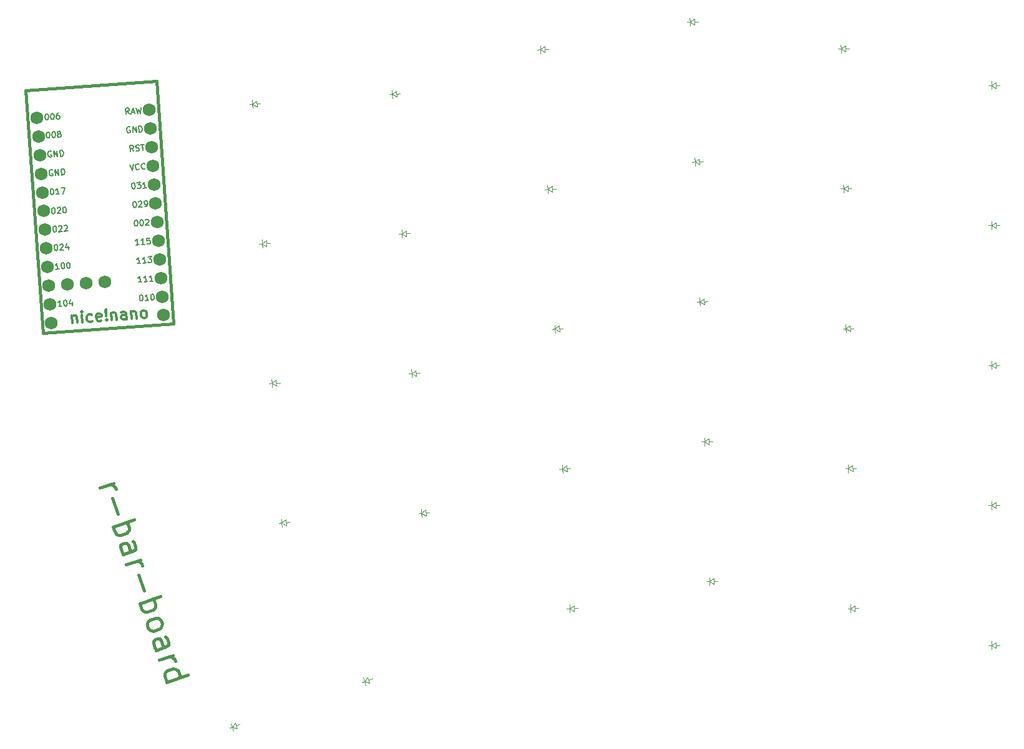
<source format=gbr>
%TF.GenerationSoftware,KiCad,Pcbnew,8.0.4*%
%TF.CreationDate,2024-08-23T23:48:41-04:00*%
%TF.ProjectId,right,72696768-742e-46b6-9963-61645f706362,v1.0.0*%
%TF.SameCoordinates,Original*%
%TF.FileFunction,Legend,Top*%
%TF.FilePolarity,Positive*%
%FSLAX46Y46*%
G04 Gerber Fmt 4.6, Leading zero omitted, Abs format (unit mm)*
G04 Created by KiCad (PCBNEW 8.0.4) date 2024-08-23 23:48:41*
%MOMM*%
%LPD*%
G01*
G04 APERTURE LIST*
%ADD10C,0.400000*%
%ADD11C,0.150000*%
%ADD12C,0.300000*%
%ADD13C,0.381000*%
%ADD14C,0.100000*%
%ADD15C,1.752600*%
G04 APERTURE END LIST*
D10*
X228520446Y-173660326D02*
X230411483Y-173009190D01*
X229871187Y-173195229D02*
X230187845Y-173237283D01*
X230187845Y-173237283D02*
X230369428Y-173325848D01*
X230369428Y-173325848D02*
X230597522Y-173549486D01*
X230597522Y-173549486D02*
X230690541Y-173819634D01*
X230205665Y-175044211D02*
X230949821Y-177205397D01*
X230334326Y-178928216D02*
X233170881Y-177951511D01*
X232090289Y-178323589D02*
X232318382Y-178547227D01*
X232318382Y-178547227D02*
X232504421Y-179087524D01*
X232504421Y-179087524D02*
X232462367Y-179404182D01*
X232462367Y-179404182D02*
X232373802Y-179585766D01*
X232373802Y-179585766D02*
X232150164Y-179813859D01*
X232150164Y-179813859D02*
X231339719Y-180092918D01*
X231339719Y-180092918D02*
X231023061Y-180050863D01*
X231023061Y-180050863D02*
X230841478Y-179962299D01*
X230841478Y-179962299D02*
X230613384Y-179738660D01*
X230613384Y-179738660D02*
X230427345Y-179198364D01*
X230427345Y-179198364D02*
X230469400Y-178881706D01*
X231636598Y-182710290D02*
X233122413Y-182198683D01*
X233122413Y-182198683D02*
X233346052Y-181970590D01*
X233346052Y-181970590D02*
X233388106Y-181653932D01*
X233388106Y-181653932D02*
X233202067Y-181113635D01*
X233202067Y-181113635D02*
X232973974Y-180889997D01*
X231771672Y-182663780D02*
X231543579Y-182440142D01*
X231543579Y-182440142D02*
X231311030Y-181764772D01*
X231311030Y-181764772D02*
X231353085Y-181448114D01*
X231353085Y-181448114D02*
X231576723Y-181220020D01*
X231576723Y-181220020D02*
X231846871Y-181127001D01*
X231846871Y-181127001D02*
X232163529Y-181169055D01*
X232163529Y-181169055D02*
X232391623Y-181392694D01*
X232391623Y-181392694D02*
X232624172Y-182068064D01*
X232624172Y-182068064D02*
X232852265Y-182291703D01*
X232101696Y-184061031D02*
X233992733Y-183409895D01*
X233452437Y-183595934D02*
X233769095Y-183637989D01*
X233769095Y-183637989D02*
X233950678Y-183726553D01*
X233950678Y-183726553D02*
X234178772Y-183950191D01*
X234178772Y-183950191D02*
X234271791Y-184220339D01*
X233786915Y-185444917D02*
X234531071Y-187606102D01*
X233915576Y-189328921D02*
X236752131Y-188352216D01*
X235671539Y-188724294D02*
X235899632Y-188947933D01*
X235899632Y-188947933D02*
X236085671Y-189488229D01*
X236085671Y-189488229D02*
X236043617Y-189804887D01*
X236043617Y-189804887D02*
X235955052Y-189986471D01*
X235955052Y-189986471D02*
X235731414Y-190214564D01*
X235731414Y-190214564D02*
X234920969Y-190493623D01*
X234920969Y-190493623D02*
X234604311Y-190451568D01*
X234604311Y-190451568D02*
X234422728Y-190363004D01*
X234422728Y-190363004D02*
X234194634Y-190139365D01*
X234194634Y-190139365D02*
X234008595Y-189599069D01*
X234008595Y-189599069D02*
X234050650Y-189282411D01*
X234938790Y-192300551D02*
X234980845Y-191983893D01*
X234980845Y-191983893D02*
X235069409Y-191802309D01*
X235069409Y-191802309D02*
X235293047Y-191574216D01*
X235293047Y-191574216D02*
X236103492Y-191295157D01*
X236103492Y-191295157D02*
X236420150Y-191337212D01*
X236420150Y-191337212D02*
X236601734Y-191425776D01*
X236601734Y-191425776D02*
X236829827Y-191649415D01*
X236829827Y-191649415D02*
X236969356Y-192054637D01*
X236969356Y-192054637D02*
X236927302Y-192371295D01*
X236927302Y-192371295D02*
X236838737Y-192552879D01*
X236838737Y-192552879D02*
X236615099Y-192780972D01*
X236615099Y-192780972D02*
X235804654Y-193060031D01*
X235804654Y-193060031D02*
X235487997Y-193017976D01*
X235487997Y-193017976D02*
X235306413Y-192929412D01*
X235306413Y-192929412D02*
X235078319Y-192705773D01*
X235078319Y-192705773D02*
X234938790Y-192300551D01*
X236101533Y-195677403D02*
X237587348Y-195165796D01*
X237587348Y-195165796D02*
X237810987Y-194937703D01*
X237810987Y-194937703D02*
X237853041Y-194621045D01*
X237853041Y-194621045D02*
X237667002Y-194080748D01*
X237667002Y-194080748D02*
X237438909Y-193857110D01*
X236236608Y-195630894D02*
X236008514Y-195407255D01*
X236008514Y-195407255D02*
X235775965Y-194731885D01*
X235775965Y-194731885D02*
X235818020Y-194415227D01*
X235818020Y-194415227D02*
X236041658Y-194187133D01*
X236041658Y-194187133D02*
X236311807Y-194094114D01*
X236311807Y-194094114D02*
X236628464Y-194136168D01*
X236628464Y-194136168D02*
X236856558Y-194359807D01*
X236856558Y-194359807D02*
X237089107Y-195035177D01*
X237089107Y-195035177D02*
X237317200Y-195258816D01*
X236566631Y-197028144D02*
X238457668Y-196377008D01*
X237917372Y-196563047D02*
X238234030Y-196605102D01*
X238234030Y-196605102D02*
X238415613Y-196693666D01*
X238415613Y-196693666D02*
X238643707Y-196917304D01*
X238643707Y-196917304D02*
X238736727Y-197187453D01*
X237589845Y-199999774D02*
X240426401Y-199023070D01*
X237724919Y-199953265D02*
X237496826Y-199729626D01*
X237496826Y-199729626D02*
X237310787Y-199189330D01*
X237310787Y-199189330D02*
X237352841Y-198872672D01*
X237352841Y-198872672D02*
X237441406Y-198691088D01*
X237441406Y-198691088D02*
X237665044Y-198462995D01*
X237665044Y-198462995D02*
X238475489Y-198183936D01*
X238475489Y-198183936D02*
X238792147Y-198225991D01*
X238792147Y-198225991D02*
X238973730Y-198314555D01*
X238973730Y-198314555D02*
X239201824Y-198538194D01*
X239201824Y-198538194D02*
X239387863Y-199078490D01*
X239387863Y-199078490D02*
X239345808Y-199395148D01*
D11*
X232545701Y-122886857D02*
X232253110Y-122525435D01*
X232089671Y-122918746D02*
X232033866Y-122120695D01*
X232033866Y-122120695D02*
X232337886Y-122099436D01*
X232337886Y-122099436D02*
X232416548Y-122132123D01*
X232416548Y-122132123D02*
X232457208Y-122167468D01*
X232457208Y-122167468D02*
X232500525Y-122240816D01*
X232500525Y-122240816D02*
X232508497Y-122354823D01*
X232508497Y-122354823D02*
X232475809Y-122433485D01*
X232475809Y-122433485D02*
X232440464Y-122474145D01*
X232440464Y-122474145D02*
X232367117Y-122517463D01*
X232367117Y-122517463D02*
X232063097Y-122538722D01*
X232833776Y-122637584D02*
X233213800Y-122611010D01*
X232773715Y-122870913D02*
X232983927Y-122054260D01*
X232983927Y-122054260D02*
X233305749Y-122833710D01*
X233439956Y-122022371D02*
X233685773Y-122807136D01*
X233685773Y-122807136D02*
X233797922Y-122226470D01*
X233797922Y-122226470D02*
X233989793Y-122785877D01*
X233989793Y-122785877D02*
X234124000Y-121974538D01*
X232593730Y-124665937D02*
X232515067Y-124633249D01*
X232515067Y-124633249D02*
X232401060Y-124641221D01*
X232401060Y-124641221D02*
X232289710Y-124687196D01*
X232289710Y-124687196D02*
X232219020Y-124768515D01*
X232219020Y-124768515D02*
X232186332Y-124847178D01*
X232186332Y-124847178D02*
X232158960Y-125001845D01*
X232158960Y-125001845D02*
X232166932Y-125115852D01*
X232166932Y-125115852D02*
X232215564Y-125265204D01*
X232215564Y-125265204D02*
X232258881Y-125338552D01*
X232258881Y-125338552D02*
X232340201Y-125409242D01*
X232340201Y-125409242D02*
X232456865Y-125439272D01*
X232456865Y-125439272D02*
X232532870Y-125433958D01*
X232532870Y-125433958D02*
X232644220Y-125387983D01*
X232644220Y-125387983D02*
X232679565Y-125347323D01*
X232679565Y-125347323D02*
X232660963Y-125081306D01*
X232660963Y-125081306D02*
X232508954Y-125091936D01*
X233026902Y-125399411D02*
X232971097Y-124601360D01*
X232971097Y-124601360D02*
X233482931Y-125367523D01*
X233482931Y-125367523D02*
X233427126Y-124569472D01*
X233862955Y-125340949D02*
X233807150Y-124542898D01*
X233807150Y-124542898D02*
X233997162Y-124529611D01*
X233997162Y-124529611D02*
X234113827Y-124559641D01*
X234113827Y-124559641D02*
X234195147Y-124630331D01*
X234195147Y-124630331D02*
X234238464Y-124703679D01*
X234238464Y-124703679D02*
X234287096Y-124853031D01*
X234287096Y-124853031D02*
X234295068Y-124967038D01*
X234295068Y-124967038D02*
X234267695Y-125121705D01*
X234267695Y-125121705D02*
X234235008Y-125200368D01*
X234235008Y-125200368D02*
X234164317Y-125281687D01*
X234164317Y-125281687D02*
X234052968Y-125327662D01*
X234052968Y-125327662D02*
X233862955Y-125340949D01*
X233128078Y-127938538D02*
X232835487Y-127577115D01*
X232672049Y-127970427D02*
X232616244Y-127172376D01*
X232616244Y-127172376D02*
X232920263Y-127151116D01*
X232920263Y-127151116D02*
X232998925Y-127183804D01*
X232998925Y-127183804D02*
X233039585Y-127219149D01*
X233039585Y-127219149D02*
X233082903Y-127292497D01*
X233082903Y-127292497D02*
X233090875Y-127406504D01*
X233090875Y-127406504D02*
X233058187Y-127485166D01*
X233058187Y-127485166D02*
X233022842Y-127525826D01*
X233022842Y-127525826D02*
X232949495Y-127569143D01*
X232949495Y-127569143D02*
X232645475Y-127590402D01*
X233429440Y-127879277D02*
X233546105Y-127909307D01*
X233546105Y-127909307D02*
X233736117Y-127896020D01*
X233736117Y-127896020D02*
X233809465Y-127852703D01*
X233809465Y-127852703D02*
X233844810Y-127812043D01*
X233844810Y-127812043D02*
X233877497Y-127733381D01*
X233877497Y-127733381D02*
X233872183Y-127657376D01*
X233872183Y-127657376D02*
X233828865Y-127584028D01*
X233828865Y-127584028D02*
X233788206Y-127548683D01*
X233788206Y-127548683D02*
X233709543Y-127515996D01*
X233709543Y-127515996D02*
X233554876Y-127488623D01*
X233554876Y-127488623D02*
X233476214Y-127455935D01*
X233476214Y-127455935D02*
X233435554Y-127420590D01*
X233435554Y-127420590D02*
X233392237Y-127347242D01*
X233392237Y-127347242D02*
X233386922Y-127271238D01*
X233386922Y-127271238D02*
X233419610Y-127192575D01*
X233419610Y-127192575D02*
X233454955Y-127151915D01*
X233454955Y-127151915D02*
X233528302Y-127108598D01*
X233528302Y-127108598D02*
X233718314Y-127095311D01*
X233718314Y-127095311D02*
X233834979Y-127125342D01*
X234060337Y-127071395D02*
X234516366Y-127039506D01*
X234344156Y-127853502D02*
X234288351Y-127055450D01*
X232571729Y-129721691D02*
X232893551Y-130501140D01*
X232893551Y-130501140D02*
X233103763Y-129684487D01*
X233876299Y-130356043D02*
X233840954Y-130396703D01*
X233840954Y-130396703D02*
X233729604Y-130442678D01*
X233729604Y-130442678D02*
X233653599Y-130447993D01*
X233653599Y-130447993D02*
X233536935Y-130417962D01*
X233536935Y-130417962D02*
X233455615Y-130347272D01*
X233455615Y-130347272D02*
X233412298Y-130273925D01*
X233412298Y-130273925D02*
X233363666Y-130124572D01*
X233363666Y-130124572D02*
X233355694Y-130010565D01*
X233355694Y-130010565D02*
X233383066Y-129855898D01*
X233383066Y-129855898D02*
X233415754Y-129777236D01*
X233415754Y-129777236D02*
X233486444Y-129695916D01*
X233486444Y-129695916D02*
X233597794Y-129649941D01*
X233597794Y-129649941D02*
X233673799Y-129644627D01*
X233673799Y-129644627D02*
X233790464Y-129674657D01*
X233790464Y-129674657D02*
X233831124Y-129710002D01*
X234674350Y-130300238D02*
X234639005Y-130340898D01*
X234639005Y-130340898D02*
X234527655Y-130386873D01*
X234527655Y-130386873D02*
X234451651Y-130392187D01*
X234451651Y-130392187D02*
X234334986Y-130362157D01*
X234334986Y-130362157D02*
X234253666Y-130291467D01*
X234253666Y-130291467D02*
X234210349Y-130218120D01*
X234210349Y-130218120D02*
X234161717Y-130068767D01*
X234161717Y-130068767D02*
X234153745Y-129954760D01*
X234153745Y-129954760D02*
X234181118Y-129800093D01*
X234181118Y-129800093D02*
X234213805Y-129721430D01*
X234213805Y-129721430D02*
X234284495Y-129640111D01*
X234284495Y-129640111D02*
X234395845Y-129594136D01*
X234395845Y-129594136D02*
X234471850Y-129588821D01*
X234471850Y-129588821D02*
X234588515Y-129618852D01*
X234588515Y-129618852D02*
X234629175Y-129654197D01*
X233014928Y-132236902D02*
X233090933Y-132231587D01*
X233090933Y-132231587D02*
X233169595Y-132264275D01*
X233169595Y-132264275D02*
X233210255Y-132299620D01*
X233210255Y-132299620D02*
X233253572Y-132372968D01*
X233253572Y-132372968D02*
X233302204Y-132522320D01*
X233302204Y-132522320D02*
X233315491Y-132712332D01*
X233315491Y-132712332D02*
X233288118Y-132866999D01*
X233288118Y-132866999D02*
X233255430Y-132945662D01*
X233255430Y-132945662D02*
X233220085Y-132986321D01*
X233220085Y-132986321D02*
X233146738Y-133029639D01*
X233146738Y-133029639D02*
X233070733Y-133034953D01*
X233070733Y-133034953D02*
X232992071Y-133002266D01*
X232992071Y-133002266D02*
X232951411Y-132966921D01*
X232951411Y-132966921D02*
X232908094Y-132893573D01*
X232908094Y-132893573D02*
X232859462Y-132744221D01*
X232859462Y-132744221D02*
X232846175Y-132554209D01*
X232846175Y-132554209D02*
X232873547Y-132399541D01*
X232873547Y-132399541D02*
X232906235Y-132320879D01*
X232906235Y-132320879D02*
X232941580Y-132280219D01*
X232941580Y-132280219D02*
X233014928Y-132236902D01*
X233546962Y-132199699D02*
X234040994Y-132165153D01*
X234040994Y-132165153D02*
X233796236Y-132487774D01*
X233796236Y-132487774D02*
X233910243Y-132479802D01*
X233910243Y-132479802D02*
X233988905Y-132512489D01*
X233988905Y-132512489D02*
X234029565Y-132547834D01*
X234029565Y-132547834D02*
X234072882Y-132621182D01*
X234072882Y-132621182D02*
X234086169Y-132811194D01*
X234086169Y-132811194D02*
X234053482Y-132889856D01*
X234053482Y-132889856D02*
X234018137Y-132930516D01*
X234018137Y-132930516D02*
X233944789Y-132973833D01*
X233944789Y-132973833D02*
X233716775Y-132989778D01*
X233716775Y-132989778D02*
X233638112Y-132957090D01*
X233638112Y-132957090D02*
X233597452Y-132921745D01*
X234856848Y-132910056D02*
X234400819Y-132941945D01*
X234628833Y-132926000D02*
X234573028Y-132127949D01*
X234573028Y-132127949D02*
X234504995Y-132247271D01*
X234504995Y-132247271D02*
X234434305Y-132328591D01*
X234434305Y-132328591D02*
X234360958Y-132371908D01*
X233192109Y-134770715D02*
X233268114Y-134765400D01*
X233268114Y-134765400D02*
X233346776Y-134798088D01*
X233346776Y-134798088D02*
X233387436Y-134833433D01*
X233387436Y-134833433D02*
X233430753Y-134906781D01*
X233430753Y-134906781D02*
X233479385Y-135056133D01*
X233479385Y-135056133D02*
X233492672Y-135246145D01*
X233492672Y-135246145D02*
X233465299Y-135400812D01*
X233465299Y-135400812D02*
X233432611Y-135479475D01*
X233432611Y-135479475D02*
X233397266Y-135520134D01*
X233397266Y-135520134D02*
X233323919Y-135563452D01*
X233323919Y-135563452D02*
X233247914Y-135568766D01*
X233247914Y-135568766D02*
X233169252Y-135536079D01*
X233169252Y-135536079D02*
X233128592Y-135500734D01*
X233128592Y-135500734D02*
X233085275Y-135427386D01*
X233085275Y-135427386D02*
X233036643Y-135278034D01*
X233036643Y-135278034D02*
X233023356Y-135088022D01*
X233023356Y-135088022D02*
X233050728Y-134933354D01*
X233050728Y-134933354D02*
X233083416Y-134854692D01*
X233083416Y-134854692D02*
X233118761Y-134814032D01*
X233118761Y-134814032D02*
X233192109Y-134770715D01*
X233767460Y-134806859D02*
X233802805Y-134766199D01*
X233802805Y-134766199D02*
X233876153Y-134722882D01*
X233876153Y-134722882D02*
X234066165Y-134709595D01*
X234066165Y-134709595D02*
X234144827Y-134742283D01*
X234144827Y-134742283D02*
X234185487Y-134777628D01*
X234185487Y-134777628D02*
X234228804Y-134850975D01*
X234228804Y-134850975D02*
X234234119Y-134926980D01*
X234234119Y-134926980D02*
X234204089Y-135043645D01*
X234204089Y-135043645D02*
X233779948Y-135531563D01*
X233779948Y-135531563D02*
X234273980Y-135497017D01*
X234654005Y-135470443D02*
X234806014Y-135459813D01*
X234806014Y-135459813D02*
X234879362Y-135416496D01*
X234879362Y-135416496D02*
X234914707Y-135375836D01*
X234914707Y-135375836D02*
X234982740Y-135256514D01*
X234982740Y-135256514D02*
X235010112Y-135101847D01*
X235010112Y-135101847D02*
X234988853Y-134797828D01*
X234988853Y-134797828D02*
X234945536Y-134724480D01*
X234945536Y-134724480D02*
X234904876Y-134689135D01*
X234904876Y-134689135D02*
X234826214Y-134656447D01*
X234826214Y-134656447D02*
X234674204Y-134667077D01*
X234674204Y-134667077D02*
X234600857Y-134710394D01*
X234600857Y-134710394D02*
X234565512Y-134751054D01*
X234565512Y-134751054D02*
X234532824Y-134829716D01*
X234532824Y-134829716D02*
X234546111Y-135019728D01*
X234546111Y-135019728D02*
X234589428Y-135093076D01*
X234589428Y-135093076D02*
X234630088Y-135128421D01*
X234630088Y-135128421D02*
X234708750Y-135161109D01*
X234708750Y-135161109D02*
X234860760Y-135150479D01*
X234860760Y-135150479D02*
X234934108Y-135107162D01*
X234934108Y-135107162D02*
X234969453Y-135066502D01*
X234969453Y-135066502D02*
X235002140Y-134987840D01*
X233369290Y-137304527D02*
X233445295Y-137299212D01*
X233445295Y-137299212D02*
X233523957Y-137331900D01*
X233523957Y-137331900D02*
X233564617Y-137367245D01*
X233564617Y-137367245D02*
X233607934Y-137440593D01*
X233607934Y-137440593D02*
X233656566Y-137589945D01*
X233656566Y-137589945D02*
X233669853Y-137779957D01*
X233669853Y-137779957D02*
X233642480Y-137934624D01*
X233642480Y-137934624D02*
X233609792Y-138013287D01*
X233609792Y-138013287D02*
X233574447Y-138053946D01*
X233574447Y-138053946D02*
X233501100Y-138097264D01*
X233501100Y-138097264D02*
X233425095Y-138102578D01*
X233425095Y-138102578D02*
X233346433Y-138069891D01*
X233346433Y-138069891D02*
X233305773Y-138034546D01*
X233305773Y-138034546D02*
X233262456Y-137961198D01*
X233262456Y-137961198D02*
X233213824Y-137811846D01*
X233213824Y-137811846D02*
X233200537Y-137621834D01*
X233200537Y-137621834D02*
X233227909Y-137467166D01*
X233227909Y-137467166D02*
X233260597Y-137388504D01*
X233260597Y-137388504D02*
X233295942Y-137347844D01*
X233295942Y-137347844D02*
X233369290Y-137304527D01*
X234129339Y-137251379D02*
X234205344Y-137246065D01*
X234205344Y-137246065D02*
X234284006Y-137278752D01*
X234284006Y-137278752D02*
X234324666Y-137314097D01*
X234324666Y-137314097D02*
X234367983Y-137387445D01*
X234367983Y-137387445D02*
X234416615Y-137536797D01*
X234416615Y-137536797D02*
X234429902Y-137726809D01*
X234429902Y-137726809D02*
X234402529Y-137881476D01*
X234402529Y-137881476D02*
X234369841Y-137960139D01*
X234369841Y-137960139D02*
X234334496Y-138000799D01*
X234334496Y-138000799D02*
X234261149Y-138044116D01*
X234261149Y-138044116D02*
X234185144Y-138049431D01*
X234185144Y-138049431D02*
X234106482Y-138016743D01*
X234106482Y-138016743D02*
X234065822Y-137981398D01*
X234065822Y-137981398D02*
X234022505Y-137908050D01*
X234022505Y-137908050D02*
X233973873Y-137758698D01*
X233973873Y-137758698D02*
X233960586Y-137568686D01*
X233960586Y-137568686D02*
X233987958Y-137414019D01*
X233987958Y-137414019D02*
X234020646Y-137335356D01*
X234020646Y-137335356D02*
X234055991Y-137294697D01*
X234055991Y-137294697D02*
X234129339Y-137251379D01*
X234704690Y-137287523D02*
X234740035Y-137246864D01*
X234740035Y-137246864D02*
X234813383Y-137203546D01*
X234813383Y-137203546D02*
X235003395Y-137190259D01*
X235003395Y-137190259D02*
X235082057Y-137222947D01*
X235082057Y-137222947D02*
X235122717Y-137258292D01*
X235122717Y-137258292D02*
X235166034Y-137331640D01*
X235166034Y-137331640D02*
X235171349Y-137407644D01*
X235171349Y-137407644D02*
X235141319Y-137524309D01*
X235141319Y-137524309D02*
X234717178Y-138012227D01*
X234717178Y-138012227D02*
X235211210Y-137977681D01*
X233868294Y-140617790D02*
X233412265Y-140649678D01*
X233640279Y-140633734D02*
X233584474Y-139835683D01*
X233584474Y-139835683D02*
X233516441Y-139955005D01*
X233516441Y-139955005D02*
X233445751Y-140036325D01*
X233445751Y-140036325D02*
X233372404Y-140079642D01*
X234628343Y-140564642D02*
X234172314Y-140596531D01*
X234400328Y-140580586D02*
X234344523Y-139782535D01*
X234344523Y-139782535D02*
X234276490Y-139901857D01*
X234276490Y-139901857D02*
X234205800Y-139983177D01*
X234205800Y-139983177D02*
X234132453Y-140026494D01*
X235294584Y-139716100D02*
X234914560Y-139742674D01*
X234914560Y-139742674D02*
X234903131Y-140125356D01*
X234903131Y-140125356D02*
X234938476Y-140084696D01*
X234938476Y-140084696D02*
X235011824Y-140041379D01*
X235011824Y-140041379D02*
X235201836Y-140028092D01*
X235201836Y-140028092D02*
X235280498Y-140060780D01*
X235280498Y-140060780D02*
X235321158Y-140096125D01*
X235321158Y-140096125D02*
X235364475Y-140169472D01*
X235364475Y-140169472D02*
X235377762Y-140359484D01*
X235377762Y-140359484D02*
X235345075Y-140438147D01*
X235345075Y-140438147D02*
X235309730Y-140478806D01*
X235309730Y-140478806D02*
X235236382Y-140522124D01*
X235236382Y-140522124D02*
X235046370Y-140535411D01*
X235046370Y-140535411D02*
X234967708Y-140502723D01*
X234967708Y-140502723D02*
X234927048Y-140467378D01*
X234045475Y-143151603D02*
X233589446Y-143183491D01*
X233817460Y-143167547D02*
X233761655Y-142369496D01*
X233761655Y-142369496D02*
X233693622Y-142488818D01*
X233693622Y-142488818D02*
X233622932Y-142570138D01*
X233622932Y-142570138D02*
X233549585Y-142613455D01*
X234805524Y-143098455D02*
X234349495Y-143130344D01*
X234577509Y-143114399D02*
X234521704Y-142316348D01*
X234521704Y-142316348D02*
X234453671Y-142435670D01*
X234453671Y-142435670D02*
X234382981Y-142516990D01*
X234382981Y-142516990D02*
X234309634Y-142560307D01*
X235015736Y-142281802D02*
X235509768Y-142247256D01*
X235509768Y-142247256D02*
X235265010Y-142569877D01*
X235265010Y-142569877D02*
X235379017Y-142561905D01*
X235379017Y-142561905D02*
X235457679Y-142594593D01*
X235457679Y-142594593D02*
X235498339Y-142629938D01*
X235498339Y-142629938D02*
X235541656Y-142703285D01*
X235541656Y-142703285D02*
X235554943Y-142893297D01*
X235554943Y-142893297D02*
X235522256Y-142971960D01*
X235522256Y-142971960D02*
X235486911Y-143012619D01*
X235486911Y-143012619D02*
X235413563Y-143055937D01*
X235413563Y-143055937D02*
X235185549Y-143071881D01*
X235185549Y-143071881D02*
X235106886Y-143039193D01*
X235106886Y-143039193D02*
X235066226Y-143003848D01*
X234222657Y-145685415D02*
X233766628Y-145717303D01*
X233994642Y-145701359D02*
X233938837Y-144903308D01*
X233938837Y-144903308D02*
X233870804Y-145022630D01*
X233870804Y-145022630D02*
X233800114Y-145103950D01*
X233800114Y-145103950D02*
X233726767Y-145147267D01*
X234982706Y-145632267D02*
X234526677Y-145664156D01*
X234754691Y-145648211D02*
X234698886Y-144850160D01*
X234698886Y-144850160D02*
X234630853Y-144969482D01*
X234630853Y-144969482D02*
X234560163Y-145050802D01*
X234560163Y-145050802D02*
X234486816Y-145094119D01*
X235742755Y-145579119D02*
X235286726Y-145611008D01*
X235514740Y-145595063D02*
X235458935Y-144797012D01*
X235458935Y-144797012D02*
X235390902Y-144916334D01*
X235390902Y-144916334D02*
X235320212Y-144997654D01*
X235320212Y-144997654D02*
X235246865Y-145040971D01*
X234078016Y-147439778D02*
X234154021Y-147434463D01*
X234154021Y-147434463D02*
X234232683Y-147467151D01*
X234232683Y-147467151D02*
X234273343Y-147502496D01*
X234273343Y-147502496D02*
X234316660Y-147575844D01*
X234316660Y-147575844D02*
X234365292Y-147725196D01*
X234365292Y-147725196D02*
X234378579Y-147915208D01*
X234378579Y-147915208D02*
X234351206Y-148069875D01*
X234351206Y-148069875D02*
X234318518Y-148148538D01*
X234318518Y-148148538D02*
X234283173Y-148189197D01*
X234283173Y-148189197D02*
X234209826Y-148232515D01*
X234209826Y-148232515D02*
X234133821Y-148237829D01*
X234133821Y-148237829D02*
X234055159Y-148205142D01*
X234055159Y-148205142D02*
X234014499Y-148169797D01*
X234014499Y-148169797D02*
X233971182Y-148096449D01*
X233971182Y-148096449D02*
X233922550Y-147947097D01*
X233922550Y-147947097D02*
X233909263Y-147757085D01*
X233909263Y-147757085D02*
X233936635Y-147602417D01*
X233936635Y-147602417D02*
X233969323Y-147523755D01*
X233969323Y-147523755D02*
X234004668Y-147483095D01*
X234004668Y-147483095D02*
X234078016Y-147439778D01*
X235159887Y-148166080D02*
X234703858Y-148197969D01*
X234931872Y-148182024D02*
X234876067Y-147383973D01*
X234876067Y-147383973D02*
X234808034Y-147503295D01*
X234808034Y-147503295D02*
X234737344Y-147584615D01*
X234737344Y-147584615D02*
X234663997Y-147627932D01*
X235598114Y-147333483D02*
X235674119Y-147328168D01*
X235674119Y-147328168D02*
X235752781Y-147360855D01*
X235752781Y-147360855D02*
X235793441Y-147396200D01*
X235793441Y-147396200D02*
X235836758Y-147469548D01*
X235836758Y-147469548D02*
X235885390Y-147618900D01*
X235885390Y-147618900D02*
X235898677Y-147808913D01*
X235898677Y-147808913D02*
X235871304Y-147963580D01*
X235871304Y-147963580D02*
X235838616Y-148042242D01*
X235838616Y-148042242D02*
X235803271Y-148082902D01*
X235803271Y-148082902D02*
X235729924Y-148126219D01*
X235729924Y-148126219D02*
X235653919Y-148131534D01*
X235653919Y-148131534D02*
X235575257Y-148098846D01*
X235575257Y-148098846D02*
X235534597Y-148063501D01*
X235534597Y-148063501D02*
X235491280Y-147990154D01*
X235491280Y-147990154D02*
X235442648Y-147840801D01*
X235442648Y-147840801D02*
X235429361Y-147650789D01*
X235429361Y-147650789D02*
X235456734Y-147496122D01*
X235456734Y-147496122D02*
X235489421Y-147417460D01*
X235489421Y-147417460D02*
X235524766Y-147376800D01*
X235524766Y-147376800D02*
X235598114Y-147333483D01*
X221258797Y-122874161D02*
X221334802Y-122868846D01*
X221334802Y-122868846D02*
X221413464Y-122901534D01*
X221413464Y-122901534D02*
X221454124Y-122936879D01*
X221454124Y-122936879D02*
X221497441Y-123010227D01*
X221497441Y-123010227D02*
X221546073Y-123159579D01*
X221546073Y-123159579D02*
X221559360Y-123349591D01*
X221559360Y-123349591D02*
X221531987Y-123504258D01*
X221531987Y-123504258D02*
X221499299Y-123582921D01*
X221499299Y-123582921D02*
X221463954Y-123623580D01*
X221463954Y-123623580D02*
X221390607Y-123666898D01*
X221390607Y-123666898D02*
X221314602Y-123672212D01*
X221314602Y-123672212D02*
X221235940Y-123639525D01*
X221235940Y-123639525D02*
X221195280Y-123604180D01*
X221195280Y-123604180D02*
X221151963Y-123530832D01*
X221151963Y-123530832D02*
X221103331Y-123381480D01*
X221103331Y-123381480D02*
X221090044Y-123191468D01*
X221090044Y-123191468D02*
X221117416Y-123036800D01*
X221117416Y-123036800D02*
X221150104Y-122958138D01*
X221150104Y-122958138D02*
X221185449Y-122917478D01*
X221185449Y-122917478D02*
X221258797Y-122874161D01*
X222018846Y-122821013D02*
X222094851Y-122815699D01*
X222094851Y-122815699D02*
X222173513Y-122848386D01*
X222173513Y-122848386D02*
X222214173Y-122883731D01*
X222214173Y-122883731D02*
X222257490Y-122957079D01*
X222257490Y-122957079D02*
X222306122Y-123106431D01*
X222306122Y-123106431D02*
X222319409Y-123296443D01*
X222319409Y-123296443D02*
X222292036Y-123451110D01*
X222292036Y-123451110D02*
X222259348Y-123529773D01*
X222259348Y-123529773D02*
X222224003Y-123570433D01*
X222224003Y-123570433D02*
X222150656Y-123613750D01*
X222150656Y-123613750D02*
X222074651Y-123619065D01*
X222074651Y-123619065D02*
X221995989Y-123586377D01*
X221995989Y-123586377D02*
X221955329Y-123551032D01*
X221955329Y-123551032D02*
X221912012Y-123477684D01*
X221912012Y-123477684D02*
X221863380Y-123328332D01*
X221863380Y-123328332D02*
X221850093Y-123138320D01*
X221850093Y-123138320D02*
X221877465Y-122983653D01*
X221877465Y-122983653D02*
X221910153Y-122904990D01*
X221910153Y-122904990D02*
X221945498Y-122864331D01*
X221945498Y-122864331D02*
X222018846Y-122821013D01*
X222968907Y-122754579D02*
X222816897Y-122765208D01*
X222816897Y-122765208D02*
X222743550Y-122808525D01*
X222743550Y-122808525D02*
X222708205Y-122849185D01*
X222708205Y-122849185D02*
X222640172Y-122968507D01*
X222640172Y-122968507D02*
X222612799Y-123123174D01*
X222612799Y-123123174D02*
X222634058Y-123427194D01*
X222634058Y-123427194D02*
X222677375Y-123500541D01*
X222677375Y-123500541D02*
X222718035Y-123535886D01*
X222718035Y-123535886D02*
X222796697Y-123568574D01*
X222796697Y-123568574D02*
X222948707Y-123557945D01*
X222948707Y-123557945D02*
X223022055Y-123514627D01*
X223022055Y-123514627D02*
X223057400Y-123473968D01*
X223057400Y-123473968D02*
X223090087Y-123395305D01*
X223090087Y-123395305D02*
X223076800Y-123205293D01*
X223076800Y-123205293D02*
X223033483Y-123131946D01*
X223033483Y-123131946D02*
X222992823Y-123096601D01*
X222992823Y-123096601D02*
X222914161Y-123063913D01*
X222914161Y-123063913D02*
X222762151Y-123074542D01*
X222762151Y-123074542D02*
X222688804Y-123117860D01*
X222688804Y-123117860D02*
X222653459Y-123158519D01*
X222653459Y-123158519D02*
X222620771Y-123237182D01*
X221431096Y-125338144D02*
X221507101Y-125332829D01*
X221507101Y-125332829D02*
X221585763Y-125365517D01*
X221585763Y-125365517D02*
X221626423Y-125400862D01*
X221626423Y-125400862D02*
X221669740Y-125474210D01*
X221669740Y-125474210D02*
X221718372Y-125623562D01*
X221718372Y-125623562D02*
X221731659Y-125813574D01*
X221731659Y-125813574D02*
X221704286Y-125968241D01*
X221704286Y-125968241D02*
X221671598Y-126046904D01*
X221671598Y-126046904D02*
X221636253Y-126087563D01*
X221636253Y-126087563D02*
X221562906Y-126130881D01*
X221562906Y-126130881D02*
X221486901Y-126136195D01*
X221486901Y-126136195D02*
X221408239Y-126103508D01*
X221408239Y-126103508D02*
X221367579Y-126068163D01*
X221367579Y-126068163D02*
X221324262Y-125994815D01*
X221324262Y-125994815D02*
X221275630Y-125845463D01*
X221275630Y-125845463D02*
X221262343Y-125655451D01*
X221262343Y-125655451D02*
X221289715Y-125500783D01*
X221289715Y-125500783D02*
X221322403Y-125422121D01*
X221322403Y-125422121D02*
X221357748Y-125381461D01*
X221357748Y-125381461D02*
X221431096Y-125338144D01*
X222191145Y-125284996D02*
X222267150Y-125279682D01*
X222267150Y-125279682D02*
X222345812Y-125312369D01*
X222345812Y-125312369D02*
X222386472Y-125347714D01*
X222386472Y-125347714D02*
X222429789Y-125421062D01*
X222429789Y-125421062D02*
X222478421Y-125570414D01*
X222478421Y-125570414D02*
X222491708Y-125760426D01*
X222491708Y-125760426D02*
X222464335Y-125915093D01*
X222464335Y-125915093D02*
X222431647Y-125993756D01*
X222431647Y-125993756D02*
X222396302Y-126034416D01*
X222396302Y-126034416D02*
X222322955Y-126077733D01*
X222322955Y-126077733D02*
X222246950Y-126083048D01*
X222246950Y-126083048D02*
X222168288Y-126050360D01*
X222168288Y-126050360D02*
X222127628Y-126015015D01*
X222127628Y-126015015D02*
X222084311Y-125941667D01*
X222084311Y-125941667D02*
X222035679Y-125792315D01*
X222035679Y-125792315D02*
X222022392Y-125602303D01*
X222022392Y-125602303D02*
X222049764Y-125447636D01*
X222049764Y-125447636D02*
X222082452Y-125368973D01*
X222082452Y-125368973D02*
X222117797Y-125328314D01*
X222117797Y-125328314D02*
X222191145Y-125284996D01*
X222937108Y-125576528D02*
X222858446Y-125543840D01*
X222858446Y-125543840D02*
X222817786Y-125508495D01*
X222817786Y-125508495D02*
X222774468Y-125435148D01*
X222774468Y-125435148D02*
X222771811Y-125397145D01*
X222771811Y-125397145D02*
X222804499Y-125318483D01*
X222804499Y-125318483D02*
X222839844Y-125277823D01*
X222839844Y-125277823D02*
X222913191Y-125234506D01*
X222913191Y-125234506D02*
X223065201Y-125223876D01*
X223065201Y-125223876D02*
X223143863Y-125256564D01*
X223143863Y-125256564D02*
X223184523Y-125291909D01*
X223184523Y-125291909D02*
X223227840Y-125365257D01*
X223227840Y-125365257D02*
X223230498Y-125403259D01*
X223230498Y-125403259D02*
X223197810Y-125481921D01*
X223197810Y-125481921D02*
X223162465Y-125522581D01*
X223162465Y-125522581D02*
X223089118Y-125565898D01*
X223089118Y-125565898D02*
X222937108Y-125576528D01*
X222937108Y-125576528D02*
X222863760Y-125619845D01*
X222863760Y-125619845D02*
X222828415Y-125660505D01*
X222828415Y-125660505D02*
X222795728Y-125739167D01*
X222795728Y-125739167D02*
X222806357Y-125891177D01*
X222806357Y-125891177D02*
X222849674Y-125964524D01*
X222849674Y-125964524D02*
X222890334Y-125999869D01*
X222890334Y-125999869D02*
X222968996Y-126032557D01*
X222968996Y-126032557D02*
X223121006Y-126021928D01*
X223121006Y-126021928D02*
X223194354Y-125978610D01*
X223194354Y-125978610D02*
X223229699Y-125937951D01*
X223229699Y-125937951D02*
X223262386Y-125859288D01*
X223262386Y-125859288D02*
X223251757Y-125707279D01*
X223251757Y-125707279D02*
X223208440Y-125633931D01*
X223208440Y-125633931D02*
X223167780Y-125598586D01*
X223167780Y-125598586D02*
X223089118Y-125565898D01*
X221881835Y-127961188D02*
X221803172Y-127928500D01*
X221803172Y-127928500D02*
X221689165Y-127936472D01*
X221689165Y-127936472D02*
X221577815Y-127982447D01*
X221577815Y-127982447D02*
X221507125Y-128063766D01*
X221507125Y-128063766D02*
X221474437Y-128142429D01*
X221474437Y-128142429D02*
X221447065Y-128297096D01*
X221447065Y-128297096D02*
X221455037Y-128411103D01*
X221455037Y-128411103D02*
X221503669Y-128560455D01*
X221503669Y-128560455D02*
X221546986Y-128633803D01*
X221546986Y-128633803D02*
X221628306Y-128704493D01*
X221628306Y-128704493D02*
X221744970Y-128734523D01*
X221744970Y-128734523D02*
X221820975Y-128729209D01*
X221820975Y-128729209D02*
X221932325Y-128683234D01*
X221932325Y-128683234D02*
X221967670Y-128642574D01*
X221967670Y-128642574D02*
X221949068Y-128376557D01*
X221949068Y-128376557D02*
X221797059Y-128387187D01*
X222315007Y-128694662D02*
X222259202Y-127896611D01*
X222259202Y-127896611D02*
X222771036Y-128662774D01*
X222771036Y-128662774D02*
X222715231Y-127864723D01*
X223151060Y-128636200D02*
X223095255Y-127838149D01*
X223095255Y-127838149D02*
X223285267Y-127824862D01*
X223285267Y-127824862D02*
X223401932Y-127854892D01*
X223401932Y-127854892D02*
X223483252Y-127925582D01*
X223483252Y-127925582D02*
X223526569Y-127998930D01*
X223526569Y-127998930D02*
X223575201Y-128148282D01*
X223575201Y-128148282D02*
X223583173Y-128262289D01*
X223583173Y-128262289D02*
X223555800Y-128416956D01*
X223555800Y-128416956D02*
X223523113Y-128495619D01*
X223523113Y-128495619D02*
X223452422Y-128576938D01*
X223452422Y-128576938D02*
X223341073Y-128622913D01*
X223341073Y-128622913D02*
X223151060Y-128636200D01*
X222059016Y-130495000D02*
X221980353Y-130462312D01*
X221980353Y-130462312D02*
X221866346Y-130470284D01*
X221866346Y-130470284D02*
X221754996Y-130516259D01*
X221754996Y-130516259D02*
X221684306Y-130597578D01*
X221684306Y-130597578D02*
X221651618Y-130676241D01*
X221651618Y-130676241D02*
X221624246Y-130830908D01*
X221624246Y-130830908D02*
X221632218Y-130944915D01*
X221632218Y-130944915D02*
X221680850Y-131094267D01*
X221680850Y-131094267D02*
X221724167Y-131167615D01*
X221724167Y-131167615D02*
X221805487Y-131238305D01*
X221805487Y-131238305D02*
X221922151Y-131268335D01*
X221922151Y-131268335D02*
X221998156Y-131263021D01*
X221998156Y-131263021D02*
X222109506Y-131217046D01*
X222109506Y-131217046D02*
X222144851Y-131176386D01*
X222144851Y-131176386D02*
X222126249Y-130910369D01*
X222126249Y-130910369D02*
X221974240Y-130920999D01*
X222492188Y-131228474D02*
X222436383Y-130430423D01*
X222436383Y-130430423D02*
X222948217Y-131196586D01*
X222948217Y-131196586D02*
X222892412Y-130398535D01*
X223328241Y-131170012D02*
X223272436Y-130371961D01*
X223272436Y-130371961D02*
X223462448Y-130358674D01*
X223462448Y-130358674D02*
X223579113Y-130388704D01*
X223579113Y-130388704D02*
X223660433Y-130459394D01*
X223660433Y-130459394D02*
X223703750Y-130532742D01*
X223703750Y-130532742D02*
X223752382Y-130682094D01*
X223752382Y-130682094D02*
X223760354Y-130796101D01*
X223760354Y-130796101D02*
X223732981Y-130950768D01*
X223732981Y-130950768D02*
X223700294Y-131029431D01*
X223700294Y-131029431D02*
X223629603Y-131110750D01*
X223629603Y-131110750D02*
X223518254Y-131156725D01*
X223518254Y-131156725D02*
X223328241Y-131170012D01*
X221968221Y-133019387D02*
X222044226Y-133014072D01*
X222044226Y-133014072D02*
X222122888Y-133046760D01*
X222122888Y-133046760D02*
X222163548Y-133082105D01*
X222163548Y-133082105D02*
X222206865Y-133155453D01*
X222206865Y-133155453D02*
X222255497Y-133304805D01*
X222255497Y-133304805D02*
X222268784Y-133494817D01*
X222268784Y-133494817D02*
X222241411Y-133649484D01*
X222241411Y-133649484D02*
X222208723Y-133728147D01*
X222208723Y-133728147D02*
X222173378Y-133768806D01*
X222173378Y-133768806D02*
X222100031Y-133812124D01*
X222100031Y-133812124D02*
X222024026Y-133817438D01*
X222024026Y-133817438D02*
X221945364Y-133784751D01*
X221945364Y-133784751D02*
X221904704Y-133749406D01*
X221904704Y-133749406D02*
X221861387Y-133676058D01*
X221861387Y-133676058D02*
X221812755Y-133526706D01*
X221812755Y-133526706D02*
X221799468Y-133336694D01*
X221799468Y-133336694D02*
X221826840Y-133182026D01*
X221826840Y-133182026D02*
X221859528Y-133103364D01*
X221859528Y-133103364D02*
X221894873Y-133062704D01*
X221894873Y-133062704D02*
X221968221Y-133019387D01*
X223050092Y-133745689D02*
X222594063Y-133777578D01*
X222822077Y-133761633D02*
X222766272Y-132963582D01*
X222766272Y-132963582D02*
X222698239Y-133082904D01*
X222698239Y-133082904D02*
X222627549Y-133164224D01*
X222627549Y-133164224D02*
X222554202Y-133207541D01*
X223260304Y-132929036D02*
X223792338Y-132891832D01*
X223792338Y-132891832D02*
X223506121Y-133713800D01*
X222149588Y-135613054D02*
X222225593Y-135607739D01*
X222225593Y-135607739D02*
X222304255Y-135640427D01*
X222304255Y-135640427D02*
X222344915Y-135675772D01*
X222344915Y-135675772D02*
X222388232Y-135749120D01*
X222388232Y-135749120D02*
X222436864Y-135898472D01*
X222436864Y-135898472D02*
X222450151Y-136088484D01*
X222450151Y-136088484D02*
X222422778Y-136243151D01*
X222422778Y-136243151D02*
X222390090Y-136321814D01*
X222390090Y-136321814D02*
X222354745Y-136362473D01*
X222354745Y-136362473D02*
X222281398Y-136405791D01*
X222281398Y-136405791D02*
X222205393Y-136411105D01*
X222205393Y-136411105D02*
X222126731Y-136378418D01*
X222126731Y-136378418D02*
X222086071Y-136343073D01*
X222086071Y-136343073D02*
X222042754Y-136269725D01*
X222042754Y-136269725D02*
X221994122Y-136120373D01*
X221994122Y-136120373D02*
X221980835Y-135930361D01*
X221980835Y-135930361D02*
X222008207Y-135775693D01*
X222008207Y-135775693D02*
X222040895Y-135697031D01*
X222040895Y-135697031D02*
X222076240Y-135656371D01*
X222076240Y-135656371D02*
X222149588Y-135613054D01*
X222724939Y-135649198D02*
X222760284Y-135608538D01*
X222760284Y-135608538D02*
X222833632Y-135565221D01*
X222833632Y-135565221D02*
X223023644Y-135551934D01*
X223023644Y-135551934D02*
X223102306Y-135584622D01*
X223102306Y-135584622D02*
X223142966Y-135619967D01*
X223142966Y-135619967D02*
X223186283Y-135693314D01*
X223186283Y-135693314D02*
X223191598Y-135769319D01*
X223191598Y-135769319D02*
X223161568Y-135885984D01*
X223161568Y-135885984D02*
X222737427Y-136373902D01*
X222737427Y-136373902D02*
X223231459Y-136339356D01*
X223669686Y-135506759D02*
X223745691Y-135501444D01*
X223745691Y-135501444D02*
X223824353Y-135534131D01*
X223824353Y-135534131D02*
X223865013Y-135569476D01*
X223865013Y-135569476D02*
X223908330Y-135642824D01*
X223908330Y-135642824D02*
X223956962Y-135792176D01*
X223956962Y-135792176D02*
X223970249Y-135982189D01*
X223970249Y-135982189D02*
X223942876Y-136136856D01*
X223942876Y-136136856D02*
X223910188Y-136215518D01*
X223910188Y-136215518D02*
X223874843Y-136256178D01*
X223874843Y-136256178D02*
X223801496Y-136299495D01*
X223801496Y-136299495D02*
X223725491Y-136304810D01*
X223725491Y-136304810D02*
X223646829Y-136272122D01*
X223646829Y-136272122D02*
X223606169Y-136236777D01*
X223606169Y-136236777D02*
X223562852Y-136163430D01*
X223562852Y-136163430D02*
X223514220Y-136014077D01*
X223514220Y-136014077D02*
X223500933Y-135824065D01*
X223500933Y-135824065D02*
X223528306Y-135669398D01*
X223528306Y-135669398D02*
X223560993Y-135590736D01*
X223560993Y-135590736D02*
X223596338Y-135550076D01*
X223596338Y-135550076D02*
X223669686Y-135506759D01*
X222323979Y-138106964D02*
X222399984Y-138101649D01*
X222399984Y-138101649D02*
X222478646Y-138134337D01*
X222478646Y-138134337D02*
X222519306Y-138169682D01*
X222519306Y-138169682D02*
X222562623Y-138243030D01*
X222562623Y-138243030D02*
X222611255Y-138392382D01*
X222611255Y-138392382D02*
X222624542Y-138582394D01*
X222624542Y-138582394D02*
X222597169Y-138737061D01*
X222597169Y-138737061D02*
X222564481Y-138815724D01*
X222564481Y-138815724D02*
X222529136Y-138856383D01*
X222529136Y-138856383D02*
X222455789Y-138899701D01*
X222455789Y-138899701D02*
X222379784Y-138905015D01*
X222379784Y-138905015D02*
X222301122Y-138872328D01*
X222301122Y-138872328D02*
X222260462Y-138836983D01*
X222260462Y-138836983D02*
X222217145Y-138763635D01*
X222217145Y-138763635D02*
X222168513Y-138614283D01*
X222168513Y-138614283D02*
X222155226Y-138424271D01*
X222155226Y-138424271D02*
X222182598Y-138269603D01*
X222182598Y-138269603D02*
X222215286Y-138190941D01*
X222215286Y-138190941D02*
X222250631Y-138150281D01*
X222250631Y-138150281D02*
X222323979Y-138106964D01*
X222899330Y-138143108D02*
X222934675Y-138102448D01*
X222934675Y-138102448D02*
X223008023Y-138059131D01*
X223008023Y-138059131D02*
X223198035Y-138045844D01*
X223198035Y-138045844D02*
X223276697Y-138078532D01*
X223276697Y-138078532D02*
X223317357Y-138113877D01*
X223317357Y-138113877D02*
X223360674Y-138187224D01*
X223360674Y-138187224D02*
X223365989Y-138263229D01*
X223365989Y-138263229D02*
X223335959Y-138379894D01*
X223335959Y-138379894D02*
X222911818Y-138867812D01*
X222911818Y-138867812D02*
X223405850Y-138833266D01*
X223659379Y-138089960D02*
X223694724Y-138049301D01*
X223694724Y-138049301D02*
X223768072Y-138005983D01*
X223768072Y-138005983D02*
X223958084Y-137992696D01*
X223958084Y-137992696D02*
X224036746Y-138025384D01*
X224036746Y-138025384D02*
X224077406Y-138060729D01*
X224077406Y-138060729D02*
X224120723Y-138134077D01*
X224120723Y-138134077D02*
X224126038Y-138210081D01*
X224126038Y-138210081D02*
X224096008Y-138326746D01*
X224096008Y-138326746D02*
X223671867Y-138814664D01*
X223671867Y-138814664D02*
X224165899Y-138780118D01*
X222499067Y-140610850D02*
X222575072Y-140605535D01*
X222575072Y-140605535D02*
X222653734Y-140638223D01*
X222653734Y-140638223D02*
X222694394Y-140673568D01*
X222694394Y-140673568D02*
X222737711Y-140746916D01*
X222737711Y-140746916D02*
X222786343Y-140896268D01*
X222786343Y-140896268D02*
X222799630Y-141086280D01*
X222799630Y-141086280D02*
X222772257Y-141240947D01*
X222772257Y-141240947D02*
X222739569Y-141319610D01*
X222739569Y-141319610D02*
X222704224Y-141360269D01*
X222704224Y-141360269D02*
X222630877Y-141403587D01*
X222630877Y-141403587D02*
X222554872Y-141408901D01*
X222554872Y-141408901D02*
X222476210Y-141376214D01*
X222476210Y-141376214D02*
X222435550Y-141340869D01*
X222435550Y-141340869D02*
X222392233Y-141267521D01*
X222392233Y-141267521D02*
X222343601Y-141118169D01*
X222343601Y-141118169D02*
X222330314Y-140928157D01*
X222330314Y-140928157D02*
X222357686Y-140773489D01*
X222357686Y-140773489D02*
X222390374Y-140694827D01*
X222390374Y-140694827D02*
X222425719Y-140654167D01*
X222425719Y-140654167D02*
X222499067Y-140610850D01*
X223074418Y-140646994D02*
X223109763Y-140606334D01*
X223109763Y-140606334D02*
X223183111Y-140563017D01*
X223183111Y-140563017D02*
X223373123Y-140549730D01*
X223373123Y-140549730D02*
X223451785Y-140582418D01*
X223451785Y-140582418D02*
X223492445Y-140617763D01*
X223492445Y-140617763D02*
X223535762Y-140691110D01*
X223535762Y-140691110D02*
X223541077Y-140767115D01*
X223541077Y-140767115D02*
X223511047Y-140883780D01*
X223511047Y-140883780D02*
X223086906Y-141371698D01*
X223086906Y-141371698D02*
X223580938Y-141337152D01*
X224227779Y-140757285D02*
X224264982Y-141289319D01*
X224016507Y-140466552D02*
X223866356Y-141049876D01*
X223866356Y-141049876D02*
X224360388Y-141015330D01*
X222998071Y-143924113D02*
X222542042Y-143956001D01*
X222770056Y-143940057D02*
X222714251Y-143142006D01*
X222714251Y-143142006D02*
X222646218Y-143261328D01*
X222646218Y-143261328D02*
X222575528Y-143342648D01*
X222575528Y-143342648D02*
X222502181Y-143385965D01*
X223436298Y-143091515D02*
X223512303Y-143086201D01*
X223512303Y-143086201D02*
X223590965Y-143118888D01*
X223590965Y-143118888D02*
X223631625Y-143154233D01*
X223631625Y-143154233D02*
X223674942Y-143227581D01*
X223674942Y-143227581D02*
X223723574Y-143376933D01*
X223723574Y-143376933D02*
X223736861Y-143566945D01*
X223736861Y-143566945D02*
X223709488Y-143721612D01*
X223709488Y-143721612D02*
X223676800Y-143800275D01*
X223676800Y-143800275D02*
X223641455Y-143840935D01*
X223641455Y-143840935D02*
X223568108Y-143884252D01*
X223568108Y-143884252D02*
X223492103Y-143889567D01*
X223492103Y-143889567D02*
X223413441Y-143856879D01*
X223413441Y-143856879D02*
X223372781Y-143821534D01*
X223372781Y-143821534D02*
X223329464Y-143748186D01*
X223329464Y-143748186D02*
X223280832Y-143598834D01*
X223280832Y-143598834D02*
X223267545Y-143408822D01*
X223267545Y-143408822D02*
X223294917Y-143254155D01*
X223294917Y-143254155D02*
X223327605Y-143175492D01*
X223327605Y-143175492D02*
X223362950Y-143134833D01*
X223362950Y-143134833D02*
X223436298Y-143091515D01*
X224196347Y-143038368D02*
X224272352Y-143033053D01*
X224272352Y-143033053D02*
X224351014Y-143065740D01*
X224351014Y-143065740D02*
X224391674Y-143101085D01*
X224391674Y-143101085D02*
X224434991Y-143174433D01*
X224434991Y-143174433D02*
X224483623Y-143323785D01*
X224483623Y-143323785D02*
X224496910Y-143513798D01*
X224496910Y-143513798D02*
X224469537Y-143668465D01*
X224469537Y-143668465D02*
X224436849Y-143747127D01*
X224436849Y-143747127D02*
X224401504Y-143787787D01*
X224401504Y-143787787D02*
X224328157Y-143831104D01*
X224328157Y-143831104D02*
X224252152Y-143836419D01*
X224252152Y-143836419D02*
X224173490Y-143803731D01*
X224173490Y-143803731D02*
X224132830Y-143768386D01*
X224132830Y-143768386D02*
X224089513Y-143695039D01*
X224089513Y-143695039D02*
X224040881Y-143545686D01*
X224040881Y-143545686D02*
X224027594Y-143355674D01*
X224027594Y-143355674D02*
X224054967Y-143201007D01*
X224054967Y-143201007D02*
X224087654Y-143122345D01*
X224087654Y-143122345D02*
X224122999Y-143081685D01*
X224122999Y-143081685D02*
X224196347Y-143038368D01*
X223352434Y-148991738D02*
X222896405Y-149023626D01*
X223124419Y-149007682D02*
X223068614Y-148209631D01*
X223068614Y-148209631D02*
X223000581Y-148328953D01*
X223000581Y-148328953D02*
X222929891Y-148410273D01*
X222929891Y-148410273D02*
X222856544Y-148453590D01*
X223790661Y-148159140D02*
X223866666Y-148153826D01*
X223866666Y-148153826D02*
X223945328Y-148186513D01*
X223945328Y-148186513D02*
X223985988Y-148221858D01*
X223985988Y-148221858D02*
X224029305Y-148295206D01*
X224029305Y-148295206D02*
X224077937Y-148444558D01*
X224077937Y-148444558D02*
X224091224Y-148634570D01*
X224091224Y-148634570D02*
X224063851Y-148789237D01*
X224063851Y-148789237D02*
X224031163Y-148867900D01*
X224031163Y-148867900D02*
X223995818Y-148908560D01*
X223995818Y-148908560D02*
X223922471Y-148951877D01*
X223922471Y-148951877D02*
X223846466Y-148957192D01*
X223846466Y-148957192D02*
X223767804Y-148924504D01*
X223767804Y-148924504D02*
X223727144Y-148889159D01*
X223727144Y-148889159D02*
X223683827Y-148815811D01*
X223683827Y-148815811D02*
X223635195Y-148666459D01*
X223635195Y-148666459D02*
X223621908Y-148476447D01*
X223621908Y-148476447D02*
X223649280Y-148321780D01*
X223649280Y-148321780D02*
X223681968Y-148243117D01*
X223681968Y-148243117D02*
X223717313Y-148202458D01*
X223717313Y-148202458D02*
X223790661Y-148159140D01*
X224759324Y-148358723D02*
X224796527Y-148890757D01*
X224548052Y-148067990D02*
X224397901Y-148651314D01*
X224397901Y-148651314D02*
X224891933Y-148616768D01*
D12*
X224732137Y-150246584D02*
X224801894Y-151244148D01*
X224742103Y-150389093D02*
X224808375Y-150312856D01*
X224808375Y-150312856D02*
X224945901Y-150231636D01*
X224945901Y-150231636D02*
X225159665Y-150216689D01*
X225159665Y-150216689D02*
X225307157Y-150277978D01*
X225307157Y-150277978D02*
X225388376Y-150415505D01*
X225388376Y-150415505D02*
X225443185Y-151199305D01*
X226155731Y-151149479D02*
X226085975Y-150151915D01*
X226051096Y-149653133D02*
X225984824Y-149729370D01*
X225984824Y-149729370D02*
X226061061Y-149795642D01*
X226061061Y-149795642D02*
X226127333Y-149719405D01*
X226127333Y-149719405D02*
X226051096Y-149653133D01*
X226051096Y-149653133D02*
X226061061Y-149795642D01*
X227504586Y-150983555D02*
X227367059Y-151064775D01*
X227367059Y-151064775D02*
X227082041Y-151084705D01*
X227082041Y-151084705D02*
X226934549Y-151023416D01*
X226934549Y-151023416D02*
X226858312Y-150957144D01*
X226858312Y-150957144D02*
X226777092Y-150819617D01*
X226777092Y-150819617D02*
X226747196Y-150392090D01*
X226747196Y-150392090D02*
X226808486Y-150244598D01*
X226808486Y-150244598D02*
X226874758Y-150168361D01*
X226874758Y-150168361D02*
X227012284Y-150087141D01*
X227012284Y-150087141D02*
X227297303Y-150067210D01*
X227297303Y-150067210D02*
X227444794Y-150128500D01*
X228715913Y-150898850D02*
X228578387Y-150980070D01*
X228578387Y-150980070D02*
X228293368Y-151000001D01*
X228293368Y-151000001D02*
X228145876Y-150938711D01*
X228145876Y-150938711D02*
X228064657Y-150801185D01*
X228064657Y-150801185D02*
X228024796Y-150231148D01*
X228024796Y-150231148D02*
X228086085Y-150083656D01*
X228086085Y-150083656D02*
X228223612Y-150002437D01*
X228223612Y-150002437D02*
X228508630Y-149982506D01*
X228508630Y-149982506D02*
X228656122Y-150043796D01*
X228656122Y-150043796D02*
X228737342Y-150181322D01*
X228737342Y-150181322D02*
X228747307Y-150323831D01*
X228747307Y-150323831D02*
X228044726Y-150516166D01*
X229423476Y-150777770D02*
X229499713Y-150844042D01*
X229499713Y-150844042D02*
X229433441Y-150920279D01*
X229433441Y-150920279D02*
X229357204Y-150854007D01*
X229357204Y-150854007D02*
X229423476Y-150777770D01*
X229423476Y-150777770D02*
X229433441Y-150920279D01*
X229393580Y-150350242D02*
X229262534Y-149500170D01*
X229262534Y-149500170D02*
X229328806Y-149423933D01*
X229328806Y-149423933D02*
X229405044Y-149490205D01*
X229405044Y-149490205D02*
X229393580Y-150350242D01*
X229393580Y-150350242D02*
X229328806Y-149423933D01*
X230076231Y-149872889D02*
X230145987Y-150870453D01*
X230086196Y-150015398D02*
X230152468Y-149939161D01*
X230152468Y-149939161D02*
X230289994Y-149857941D01*
X230289994Y-149857941D02*
X230503758Y-149842993D01*
X230503758Y-149842993D02*
X230651250Y-149904283D01*
X230651250Y-149904283D02*
X230732470Y-150041809D01*
X230732470Y-150041809D02*
X230787278Y-150825610D01*
X232141115Y-150730940D02*
X232086307Y-149947140D01*
X232086307Y-149947140D02*
X232005087Y-149809613D01*
X232005087Y-149809613D02*
X231857595Y-149748324D01*
X231857595Y-149748324D02*
X231572577Y-149768254D01*
X231572577Y-149768254D02*
X231435050Y-149849474D01*
X232136133Y-150659685D02*
X231998606Y-150740905D01*
X231998606Y-150740905D02*
X231642333Y-150765818D01*
X231642333Y-150765818D02*
X231494842Y-150704529D01*
X231494842Y-150704529D02*
X231413622Y-150567002D01*
X231413622Y-150567002D02*
X231403657Y-150424493D01*
X231403657Y-150424493D02*
X231464946Y-150277001D01*
X231464946Y-150277001D02*
X231602473Y-150195782D01*
X231602473Y-150195782D02*
X231958745Y-150170869D01*
X231958745Y-150170869D02*
X232096272Y-150089649D01*
X232783905Y-149683550D02*
X232853661Y-150681114D01*
X232793870Y-149826059D02*
X232860142Y-149749822D01*
X232860142Y-149749822D02*
X232997669Y-149668602D01*
X232997669Y-149668602D02*
X233211432Y-149653654D01*
X233211432Y-149653654D02*
X233358924Y-149714944D01*
X233358924Y-149714944D02*
X233440144Y-149852470D01*
X233440144Y-149852470D02*
X233494952Y-150636270D01*
X234421262Y-150571497D02*
X234273770Y-150510207D01*
X234273770Y-150510207D02*
X234197533Y-150443935D01*
X234197533Y-150443935D02*
X234116313Y-150306409D01*
X234116313Y-150306409D02*
X234086418Y-149878881D01*
X234086418Y-149878881D02*
X234147707Y-149731390D01*
X234147707Y-149731390D02*
X234213979Y-149655152D01*
X234213979Y-149655152D02*
X234351506Y-149573933D01*
X234351506Y-149573933D02*
X234565269Y-149558985D01*
X234565269Y-149558985D02*
X234712761Y-149620274D01*
X234712761Y-149620274D02*
X234788998Y-149686546D01*
X234788998Y-149686546D02*
X234870218Y-149824073D01*
X234870218Y-149824073D02*
X234900114Y-150251600D01*
X234900114Y-150251600D02*
X234838824Y-150399092D01*
X234838824Y-150399092D02*
X234772552Y-150475329D01*
X234772552Y-150475329D02*
X234635026Y-150556549D01*
X234635026Y-150556549D02*
X234421262Y-150571497D01*
D13*
%TO.C,MCU1*%
X238517014Y-151387451D02*
X236213655Y-118447886D01*
X220780325Y-152627721D02*
X238517014Y-151387451D01*
X218476966Y-119688156D02*
X220780325Y-152627721D01*
X236213655Y-118447886D02*
X218476966Y-119688156D01*
D14*
%TO.C,D1*%
X350086267Y-195000000D02*
X350586267Y-195000000D01*
X350086267Y-195400000D02*
X349486267Y-195000000D01*
X350086267Y-194600000D02*
X350086267Y-195400000D01*
X349486267Y-195000000D02*
X350086267Y-194600000D01*
X349486267Y-195000000D02*
X349486267Y-195550000D01*
X349486267Y-195000000D02*
X349486267Y-194450000D01*
X349086267Y-195000000D02*
X349486267Y-195000000D01*
%TO.C,D2*%
X350086267Y-176000000D02*
X350586267Y-176000000D01*
X350086267Y-176400000D02*
X349486267Y-176000000D01*
X350086267Y-175600000D02*
X350086267Y-176400000D01*
X349486267Y-176000000D02*
X350086267Y-175600000D01*
X349486267Y-176000000D02*
X349486267Y-176550000D01*
X349486267Y-176000000D02*
X349486267Y-175450000D01*
X349086267Y-176000000D02*
X349486267Y-176000000D01*
%TO.C,D3*%
X350086267Y-157000000D02*
X350586267Y-157000000D01*
X350086267Y-157400000D02*
X349486267Y-157000000D01*
X350086267Y-156600000D02*
X350086267Y-157400000D01*
X349486267Y-157000000D02*
X350086267Y-156600000D01*
X349486267Y-157000000D02*
X349486267Y-157550000D01*
X349486267Y-157000000D02*
X349486267Y-156450000D01*
X349086267Y-157000000D02*
X349486267Y-157000000D01*
%TO.C,D4*%
X350086267Y-138000000D02*
X350586267Y-138000000D01*
X350086267Y-138400000D02*
X349486267Y-138000000D01*
X350086267Y-137600000D02*
X350086267Y-138400000D01*
X349486267Y-138000000D02*
X350086267Y-137600000D01*
X349486267Y-138000000D02*
X349486267Y-138550000D01*
X349486267Y-138000000D02*
X349486267Y-137450000D01*
X349086267Y-138000000D02*
X349486267Y-138000000D01*
%TO.C,D5*%
X350086267Y-119000000D02*
X350586267Y-119000000D01*
X350086267Y-119400000D02*
X349486267Y-119000000D01*
X350086267Y-118600000D02*
X350086267Y-119400000D01*
X349486267Y-119000000D02*
X350086267Y-118600000D01*
X349486267Y-119000000D02*
X349486267Y-119550000D01*
X349486267Y-119000000D02*
X349486267Y-118450000D01*
X349086267Y-119000000D02*
X349486267Y-119000000D01*
%TO.C,D6*%
X330998967Y-189996399D02*
X331498891Y-189987673D01*
X331005948Y-190396338D02*
X330399058Y-190006870D01*
X330991986Y-189596460D02*
X331005948Y-190396338D01*
X330399058Y-190006870D02*
X330991986Y-189596460D01*
X330399058Y-190006870D02*
X330408657Y-190556787D01*
X330399058Y-190006870D02*
X330389459Y-189456954D01*
X329999119Y-190013851D02*
X330399058Y-190006870D01*
%TO.C,D7*%
X330667371Y-170999292D02*
X331167295Y-170990566D01*
X330674352Y-171399231D02*
X330067462Y-171009763D01*
X330660390Y-170599353D02*
X330674352Y-171399231D01*
X330067462Y-171009763D02*
X330660390Y-170599353D01*
X330067462Y-171009763D02*
X330077061Y-171559680D01*
X330067462Y-171009763D02*
X330057863Y-170459847D01*
X329667523Y-171016744D02*
X330067462Y-171009763D01*
%TO.C,D8*%
X330335775Y-152002186D02*
X330835699Y-151993460D01*
X330342756Y-152402125D02*
X329735866Y-152012657D01*
X330328794Y-151602247D02*
X330342756Y-152402125D01*
X329735866Y-152012657D02*
X330328794Y-151602247D01*
X329735866Y-152012657D02*
X329745465Y-152562574D01*
X329735866Y-152012657D02*
X329726267Y-151462741D01*
X329335927Y-152019638D02*
X329735866Y-152012657D01*
%TO.C,D9*%
X330004180Y-133005080D02*
X330504104Y-132996354D01*
X330011161Y-133405019D02*
X329404271Y-133015551D01*
X329997199Y-132605141D02*
X330011161Y-133405019D01*
X329404271Y-133015551D02*
X329997199Y-132605141D01*
X329404271Y-133015551D02*
X329413870Y-133565468D01*
X329404271Y-133015551D02*
X329394672Y-132465635D01*
X329004332Y-133022532D02*
X329404271Y-133015551D01*
%TO.C,D10*%
X329672584Y-114007974D02*
X330172508Y-113999248D01*
X329679565Y-114407913D02*
X329072675Y-114018445D01*
X329665603Y-113608035D02*
X329679565Y-114407913D01*
X329072675Y-114018445D02*
X329665603Y-113608035D01*
X329072675Y-114018445D02*
X329082274Y-114568362D01*
X329072675Y-114018445D02*
X329063076Y-113468529D01*
X328672736Y-114025426D02*
X329072675Y-114018445D01*
%TO.C,D11*%
X311844702Y-186326526D02*
X312344397Y-186309076D01*
X311858662Y-186726282D02*
X311245067Y-186347466D01*
X311830742Y-185926770D02*
X311858662Y-186726282D01*
X311245067Y-186347466D02*
X311830742Y-185926770D01*
X311245067Y-186347466D02*
X311264262Y-186897131D01*
X311245067Y-186347466D02*
X311225872Y-185797801D01*
X310845311Y-186361426D02*
X311245067Y-186347466D01*
%TO.C,D12*%
X311181611Y-167338100D02*
X311681306Y-167320650D01*
X311195571Y-167737856D02*
X310581976Y-167359040D01*
X311167651Y-166938344D02*
X311195571Y-167737856D01*
X310581976Y-167359040D02*
X311167651Y-166938344D01*
X310581976Y-167359040D02*
X310601171Y-167908705D01*
X310581976Y-167359040D02*
X310562781Y-166809375D01*
X310182220Y-167373000D02*
X310581976Y-167359040D01*
%TO.C,D13*%
X310518521Y-148349674D02*
X311018216Y-148332224D01*
X310532481Y-148749430D02*
X309918886Y-148370614D01*
X310504561Y-147949918D02*
X310532481Y-148749430D01*
X309918886Y-148370614D02*
X310504561Y-147949918D01*
X309918886Y-148370614D02*
X309938081Y-148920279D01*
X309918886Y-148370614D02*
X309899691Y-147820949D01*
X309519130Y-148384574D02*
X309918886Y-148370614D01*
%TO.C,D14*%
X309855430Y-129361249D02*
X310355125Y-129343799D01*
X309869390Y-129761005D02*
X309255795Y-129382189D01*
X309841470Y-128961493D02*
X309869390Y-129761005D01*
X309255795Y-129382189D02*
X309841470Y-128961493D01*
X309255795Y-129382189D02*
X309274990Y-129931854D01*
X309255795Y-129382189D02*
X309236600Y-128832524D01*
X308856039Y-129396149D02*
X309255795Y-129382189D01*
%TO.C,D15*%
X309192340Y-110372823D02*
X309692035Y-110355373D01*
X309206300Y-110772579D02*
X308592705Y-110393763D01*
X309178380Y-109973067D02*
X309206300Y-110772579D01*
X308592705Y-110393763D02*
X309178380Y-109973067D01*
X308592705Y-110393763D02*
X308611900Y-110943428D01*
X308592705Y-110393763D02*
X308573510Y-109844098D01*
X308192949Y-110407723D02*
X308592705Y-110393763D01*
%TO.C,D16*%
X292873601Y-189987236D02*
X293372916Y-189961068D01*
X292894536Y-190386688D02*
X292274424Y-190018638D01*
X292852667Y-189587784D02*
X292894536Y-190386688D01*
X292274424Y-190018638D02*
X292852667Y-189587784D01*
X292274424Y-190018638D02*
X292303208Y-190567884D01*
X292274424Y-190018638D02*
X292245639Y-189469391D01*
X291874972Y-190039572D02*
X292274424Y-190018638D01*
%TO.C,D17*%
X291879218Y-171013275D02*
X292378533Y-170987107D01*
X291900153Y-171412727D02*
X291280041Y-171044677D01*
X291858284Y-170613823D02*
X291900153Y-171412727D01*
X291280041Y-171044677D02*
X291858284Y-170613823D01*
X291280041Y-171044677D02*
X291308825Y-171593923D01*
X291280041Y-171044677D02*
X291251256Y-170495430D01*
X290880589Y-171065611D02*
X291280041Y-171044677D01*
%TO.C,D18*%
X290884835Y-152039314D02*
X291384150Y-152013146D01*
X290905770Y-152438766D02*
X290285658Y-152070716D01*
X290863901Y-151639862D02*
X290905770Y-152438766D01*
X290285658Y-152070716D02*
X290863901Y-151639862D01*
X290285658Y-152070716D02*
X290314442Y-152619962D01*
X290285658Y-152070716D02*
X290256873Y-151521469D01*
X289886206Y-152091650D02*
X290285658Y-152070716D01*
%TO.C,D19*%
X289890451Y-133065353D02*
X290389766Y-133039185D01*
X289911386Y-133464805D02*
X289291274Y-133096755D01*
X289869517Y-132665901D02*
X289911386Y-133464805D01*
X289291274Y-133096755D02*
X289869517Y-132665901D01*
X289291274Y-133096755D02*
X289320058Y-133646001D01*
X289291274Y-133096755D02*
X289262489Y-132547508D01*
X288891822Y-133117689D02*
X289291274Y-133096755D01*
%TO.C,D20*%
X288896068Y-114091391D02*
X289395383Y-114065223D01*
X288917003Y-114490843D02*
X288296891Y-114122793D01*
X288875134Y-113691939D02*
X288917003Y-114490843D01*
X288296891Y-114122793D02*
X288875134Y-113691939D01*
X288296891Y-114122793D02*
X288325675Y-114672039D01*
X288296891Y-114122793D02*
X288268106Y-113573546D01*
X287897439Y-114143727D02*
X288296891Y-114122793D01*
%TO.C,D21*%
X272748578Y-177022022D02*
X273247360Y-176987144D01*
X272776481Y-177421048D02*
X272150040Y-177063876D01*
X272720675Y-176622996D02*
X272776481Y-177421048D01*
X272150040Y-177063876D02*
X272720675Y-176622996D01*
X272150040Y-177063876D02*
X272188406Y-177612536D01*
X272150040Y-177063876D02*
X272111674Y-176515216D01*
X271751014Y-177091778D02*
X272150040Y-177063876D01*
%TO.C,D22*%
X271423205Y-158068305D02*
X271921987Y-158033427D01*
X271451108Y-158467331D02*
X270824667Y-158110159D01*
X271395302Y-157669279D02*
X271451108Y-158467331D01*
X270824667Y-158110159D02*
X271395302Y-157669279D01*
X270824667Y-158110159D02*
X270863033Y-158658819D01*
X270824667Y-158110159D02*
X270786301Y-157561499D01*
X270425641Y-158138061D02*
X270824667Y-158110159D01*
%TO.C,D23*%
X270097832Y-139114588D02*
X270596614Y-139079710D01*
X270125735Y-139513614D02*
X269499294Y-139156442D01*
X270069929Y-138715562D02*
X270125735Y-139513614D01*
X269499294Y-139156442D02*
X270069929Y-138715562D01*
X269499294Y-139156442D02*
X269537660Y-139705102D01*
X269499294Y-139156442D02*
X269460928Y-138607782D01*
X269100268Y-139184344D02*
X269499294Y-139156442D01*
%TO.C,D24*%
X268772459Y-120160871D02*
X269271241Y-120125993D01*
X268800362Y-120559897D02*
X268173921Y-120202725D01*
X268744556Y-119761845D02*
X268800362Y-120559897D01*
X268173921Y-120202725D02*
X268744556Y-119761845D01*
X268173921Y-120202725D02*
X268212287Y-120751385D01*
X268173921Y-120202725D02*
X268135555Y-119654065D01*
X267774895Y-120230627D02*
X268173921Y-120202725D01*
%TO.C,D25*%
X253794861Y-178347395D02*
X254293643Y-178312517D01*
X253822764Y-178746421D02*
X253196323Y-178389249D01*
X253766958Y-177948369D02*
X253822764Y-178746421D01*
X253196323Y-178389249D02*
X253766958Y-177948369D01*
X253196323Y-178389249D02*
X253234689Y-178937909D01*
X253196323Y-178389249D02*
X253157957Y-177840589D01*
X252797297Y-178417151D02*
X253196323Y-178389249D01*
%TO.C,D26*%
X252469488Y-159393678D02*
X252968270Y-159358800D01*
X252497391Y-159792704D02*
X251870950Y-159435532D01*
X252441585Y-158994652D02*
X252497391Y-159792704D01*
X251870950Y-159435532D02*
X252441585Y-158994652D01*
X251870950Y-159435532D02*
X251909316Y-159984192D01*
X251870950Y-159435532D02*
X251832584Y-158886872D01*
X251471924Y-159463434D02*
X251870950Y-159435532D01*
%TO.C,D27*%
X251144115Y-140439961D02*
X251642897Y-140405083D01*
X251172018Y-140838987D02*
X250545577Y-140481815D01*
X251116212Y-140040935D02*
X251172018Y-140838987D01*
X250545577Y-140481815D02*
X251116212Y-140040935D01*
X250545577Y-140481815D02*
X250583943Y-141030475D01*
X250545577Y-140481815D02*
X250507211Y-139933155D01*
X250146551Y-140509717D02*
X250545577Y-140481815D01*
%TO.C,D28*%
X249818742Y-121486244D02*
X250317524Y-121451366D01*
X249846645Y-121885270D02*
X249220204Y-121528098D01*
X249790839Y-121087218D02*
X249846645Y-121885270D01*
X249220204Y-121528098D02*
X249790839Y-121087218D01*
X249220204Y-121528098D02*
X249258570Y-122076758D01*
X249220204Y-121528098D02*
X249181838Y-120979438D01*
X248821178Y-121556000D02*
X249220204Y-121528098D01*
%TO.C,D29*%
X265010639Y-199722758D02*
X265483398Y-199559974D01*
X265140866Y-200100965D02*
X264443327Y-199918099D01*
X264880411Y-199344551D02*
X265140866Y-200100965D01*
X264443327Y-199918099D02*
X264880411Y-199344551D01*
X264443327Y-199918099D02*
X264622390Y-200438134D01*
X264443327Y-199918099D02*
X264264265Y-199398064D01*
X264065120Y-200048326D02*
X264443327Y-199918099D01*
%TO.C,D30*%
X247045786Y-205908553D02*
X247518545Y-205745769D01*
X247176013Y-206286760D02*
X246478474Y-206103894D01*
X246915558Y-205530346D02*
X247176013Y-206286760D01*
X246478474Y-206103894D02*
X246915558Y-205530346D01*
X246478474Y-206103894D02*
X246657537Y-206623929D01*
X246478474Y-206103894D02*
X246299412Y-205583859D01*
X246100267Y-206234121D02*
X246478474Y-206103894D01*
%TD*%
D15*
%TO.C,MCU1*%
X220009645Y-123400285D03*
X220186826Y-125934097D03*
X220364008Y-128467910D03*
X220541189Y-131001723D03*
X220718371Y-133535535D03*
X220895552Y-136069348D03*
X221072734Y-138603161D03*
X221249915Y-141136973D03*
X221427097Y-143670786D03*
X221604278Y-146204599D03*
X221781459Y-148738411D03*
X221958641Y-151272224D03*
X237161517Y-150209135D03*
X236984336Y-147675323D03*
X236807154Y-145141510D03*
X236629973Y-142607697D03*
X236452791Y-140073885D03*
X236275610Y-137540072D03*
X236098428Y-135006259D03*
X235921247Y-132472447D03*
X235744065Y-129938634D03*
X235566884Y-127404821D03*
X235389703Y-124871009D03*
X235212521Y-122337196D03*
X224138091Y-146027417D03*
X226671903Y-145850236D03*
X229205716Y-145673054D03*
%TD*%
M02*

</source>
